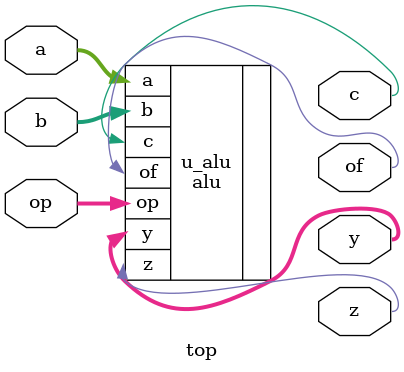
<source format=v>
module top(
    input [3:0] a,
    input [3:0] b,
    input [2:0] op,
    output [3:0] y,
    output c,
    output z,
    output of
);
    
    alu u_alu (
        .a(a),
        .b(b),
        .op(op),
        .y(y),
        .c(c),
        .z(z),
        .of(of)
    );

endmodule

</source>
